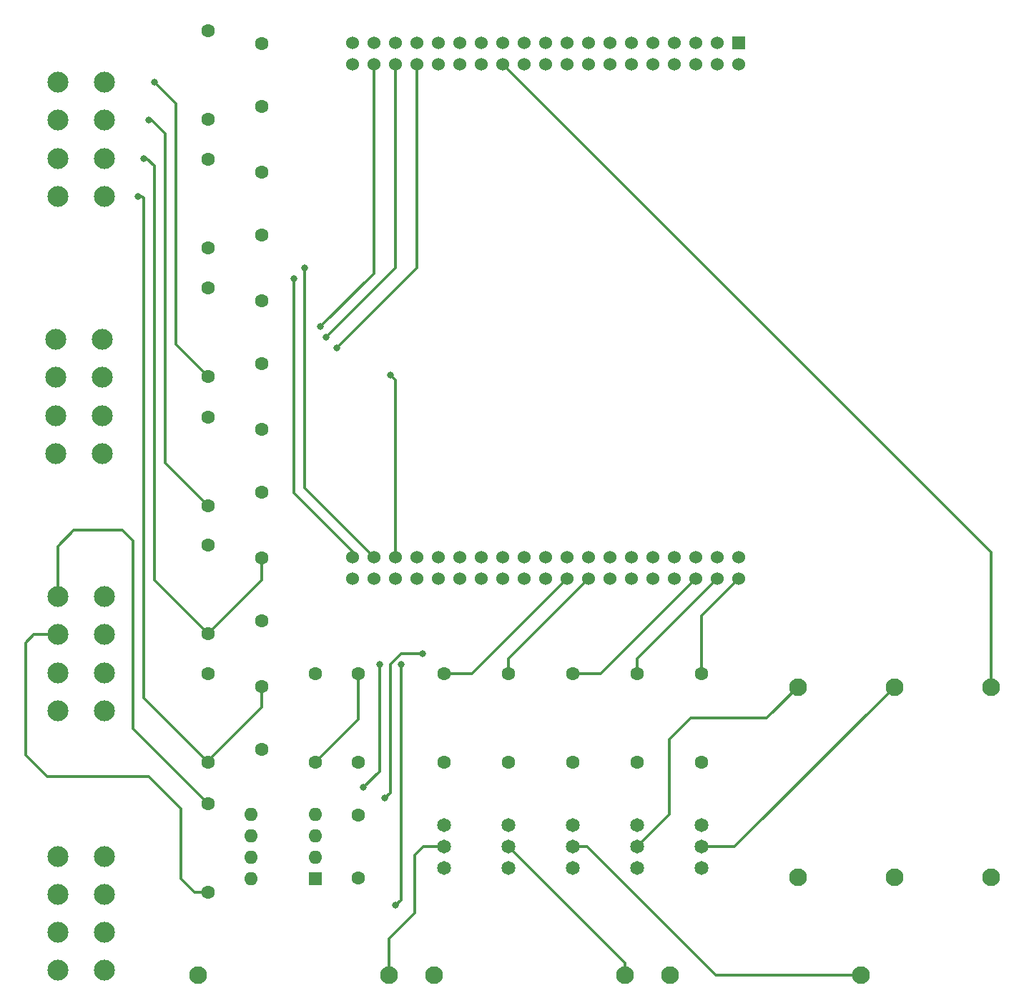
<source format=gbr>
%TF.GenerationSoftware,KiCad,Pcbnew,8.0.6*%
%TF.CreationDate,2025-01-08T12:00:42-04:00*%
%TF.ProjectId,DC,44432e6b-6963-4616-945f-706362585858,rev?*%
%TF.SameCoordinates,Original*%
%TF.FileFunction,Copper,L4,Bot*%
%TF.FilePolarity,Positive*%
%FSLAX46Y46*%
G04 Gerber Fmt 4.6, Leading zero omitted, Abs format (unit mm)*
G04 Created by KiCad (PCBNEW 8.0.6) date 2025-01-08 12:00:42*
%MOMM*%
%LPD*%
G01*
G04 APERTURE LIST*
%TA.AperFunction,ComponentPad*%
%ADD10C,2.100000*%
%TD*%
%TA.AperFunction,ComponentPad*%
%ADD11C,1.651000*%
%TD*%
%TA.AperFunction,ComponentPad*%
%ADD12C,1.600000*%
%TD*%
%TA.AperFunction,ComponentPad*%
%ADD13C,2.475500*%
%TD*%
%TA.AperFunction,ComponentPad*%
%ADD14C,1.524000*%
%TD*%
%TA.AperFunction,ComponentPad*%
%ADD15R,1.524000X1.524000*%
%TD*%
%TA.AperFunction,ComponentPad*%
%ADD16R,1.600000X1.600000*%
%TD*%
%TA.AperFunction,ComponentPad*%
%ADD17O,1.600000X1.600000*%
%TD*%
%TA.AperFunction,ViaPad*%
%ADD18C,0.800000*%
%TD*%
%TA.AperFunction,Conductor*%
%ADD19C,0.300000*%
%TD*%
G04 APERTURE END LIST*
D10*
%TO.P,F6,1,1*%
%TO.N,Net-(U7A-VIN)*%
X176530000Y-120780000D03*
%TO.P,F6,2,2*%
%TO.N,VCC*%
X176530000Y-143380000D03*
%TD*%
D11*
%TO.P,U4,3,S*%
%TO.N,GND*%
X119380000Y-142240000D03*
%TO.P,U4,2,D*%
%TO.N,Net-(U4-D)*%
X119380000Y-139700000D03*
%TO.P,U4,1,G*%
%TO.N,Net-(U4-G)*%
X119380000Y-137160000D03*
%TD*%
D12*
%TO.P,C5,1*%
%TO.N,GND*%
X90170000Y-44510000D03*
%TO.P,C5,2*%
%TO.N,/HazardButton*%
X90170000Y-52010000D03*
%TD*%
%TO.P,C6,2*%
%TO.N,/GearSelector*%
X90170000Y-67250000D03*
%TO.P,C6,1*%
%TO.N,GND*%
X90170000Y-59750000D03*
%TD*%
D13*
%TO.P,a2,1,1*%
%TO.N,/RSignalLightButton*%
X71539000Y-62631500D03*
%TO.P,a2,2,2*%
%TO.N,/LSignalLightButton*%
X71539000Y-58130500D03*
%TO.P,a2,3,3*%
%TO.N,/AccelIn*%
X71539000Y-53629500D03*
%TO.P,a2,4,4*%
%TO.N,/BrakePedal*%
X71539000Y-49128500D03*
%TO.P,a2,5,5*%
%TO.N,/HazardButton*%
X66040000Y-49128500D03*
%TO.P,a2,6,6*%
%TO.N,/GearSelector*%
X66040000Y-53629500D03*
%TO.P,a2,7,7*%
%TO.N,unconnected-(a2-Pad7)*%
X66040000Y-58130500D03*
%TO.P,a2,8,8*%
%TO.N,unconnected-(a2-Pad8)*%
X66040000Y-62631500D03*
%TD*%
D12*
%TO.P,C1,1*%
%TO.N,GND*%
X90170000Y-128210000D03*
%TO.P,C1,2*%
%TO.N,/RSignalLightButton*%
X90170000Y-120710000D03*
%TD*%
%TO.P,C2,1*%
%TO.N,GND*%
X90170000Y-112970000D03*
%TO.P,C2,2*%
%TO.N,/LSignalLightButton*%
X90170000Y-105470000D03*
%TD*%
%TO.P,C4,1*%
%TO.N,GND*%
X90170000Y-74990000D03*
%TO.P,C4,2*%
%TO.N,/BrakePedal*%
X90170000Y-82490000D03*
%TD*%
%TO.P,R1,2*%
%TO.N,/BrakeLightOut*%
X142240000Y-119210000D03*
%TO.P,R1,1*%
%TO.N,Net-(U1-G)*%
X142240000Y-129710000D03*
%TD*%
D11*
%TO.P,U2,1,G*%
%TO.N,Net-(U2-G)*%
X134620000Y-137160000D03*
%TO.P,U2,2,D*%
%TO.N,Net-(U2-D)*%
X134620000Y-139700000D03*
%TO.P,U2,3,S*%
%TO.N,GND*%
X134620000Y-142240000D03*
%TD*%
D12*
%TO.P,R7,1*%
%TO.N,/LSignalLightButton*%
X83820000Y-114470000D03*
%TO.P,R7,2*%
%TO.N,/+3V3*%
X83820000Y-103970000D03*
%TD*%
D10*
%TO.P,F4,1,1*%
%TO.N,/DRLRightNeg*%
X110620000Y-154940000D03*
%TO.P,F4,2,2*%
%TO.N,Net-(U4-D)*%
X133220000Y-154940000D03*
%TD*%
D12*
%TO.P,R8,1*%
%TO.N,/AccelIn*%
X83820000Y-99279500D03*
%TO.P,R8,2*%
%TO.N,/+3V3*%
X83820000Y-88779500D03*
%TD*%
D10*
%TO.P,F1,1,1*%
%TO.N,/BrakeLightNeg*%
X165100000Y-143380000D03*
%TO.P,F1,2,2*%
%TO.N,Net-(U1-D)*%
X165100000Y-120780000D03*
%TD*%
D12*
%TO.P,R14,1*%
%TO.N,/CAN_H*%
X83820000Y-145090000D03*
%TO.P,R14,2*%
%TO.N,/CAN_L*%
X83820000Y-134590000D03*
%TD*%
%TO.P,R9,1*%
%TO.N,/BrakePedal*%
X83820000Y-83990000D03*
%TO.P,R9,2*%
%TO.N,/+3V3*%
X83820000Y-73490000D03*
%TD*%
D13*
%TO.P,a4,1,1*%
%TO.N,/DIExtra1*%
X71329500Y-93111500D03*
%TO.P,a4,2,2*%
%TO.N,/DIExtra2*%
X71329500Y-88610500D03*
%TO.P,a4,3,3*%
%TO.N,/DOExtra1*%
X71329500Y-84109500D03*
%TO.P,a4,4,4*%
%TO.N,/ThermalShutoff*%
X71329500Y-79608500D03*
%TO.P,a4,5,5*%
%TO.N,/UART_RX*%
X65830500Y-79608500D03*
%TO.P,a4,6,6*%
%TO.N,/UART_TX*%
X65830500Y-84109500D03*
%TO.P,a4,7,7*%
%TO.N,unconnected-(a4-Pad7)*%
X65830500Y-88610500D03*
%TO.P,a4,8,8*%
%TO.N,unconnected-(a4-Pad8)*%
X65830500Y-93111500D03*
%TD*%
D11*
%TO.P,U3,1,G*%
%TO.N,Net-(U3-G)*%
X111760000Y-137160000D03*
%TO.P,U3,2,D*%
%TO.N,Net-(U3-D)*%
X111760000Y-139700000D03*
%TO.P,U3,3,S*%
%TO.N,GND*%
X111760000Y-142240000D03*
%TD*%
D12*
%TO.P,C3,1*%
%TO.N,GND*%
X90170000Y-90230000D03*
%TO.P,C3,2*%
%TO.N,/AccelIn*%
X90170000Y-97730000D03*
%TD*%
%TO.P,R11,1*%
%TO.N,/GearSelector*%
X83820000Y-68750000D03*
%TO.P,R11,2*%
%TO.N,/+3V3*%
X83820000Y-58250000D03*
%TD*%
D11*
%TO.P,U1,1,G*%
%TO.N,Net-(U1-G)*%
X142240000Y-137160000D03*
%TO.P,U1,2,D*%
%TO.N,Net-(U1-D)*%
X142240000Y-139700000D03*
%TO.P,U1,3,S*%
%TO.N,GND*%
X142240000Y-142240000D03*
%TD*%
D12*
%TO.P,R6,1*%
%TO.N,/RSignalLightButton*%
X83820000Y-129710000D03*
%TO.P,R6,2*%
%TO.N,/+3V3*%
X83820000Y-119210000D03*
%TD*%
%TO.P,R12,2*%
%TO.N,/SupBattMonitor*%
X96520000Y-129710000D03*
%TO.P,R12,1*%
%TO.N,/SupBattery*%
X96520000Y-119210000D03*
%TD*%
%TO.P,C7,1*%
%TO.N,GND*%
X101600000Y-143450000D03*
%TO.P,C7,2*%
%TO.N,/CANTransceiver5V*%
X101600000Y-135950000D03*
%TD*%
D14*
%TO.P,U7,CN10_38,NC_CN10_38*%
%TO.N,unconnected-(U7B-NC_CN10_38-PadCN10_38)*%
X100950000Y-107950000D03*
%TO.P,U7,CN10_37,PA3*%
%TO.N,/UART_RX*%
X100950000Y-105410000D03*
%TO.P,U7,CN10_36,NC_CN10_36*%
%TO.N,unconnected-(U7B-NC_CN10_36-PadCN10_36)*%
X103490000Y-107950000D03*
%TO.P,U7,CN10_35,PA2*%
%TO.N,/UART_TX*%
X103490000Y-105410000D03*
%TO.P,U7,CN10_34,PC4*%
%TO.N,unconnected-(U7B-PC4-PadCN10_34)*%
X106030000Y-107950000D03*
%TO.P,U7,CN10_33,PA10*%
%TO.N,/ThermalShutoff*%
X106030000Y-105410000D03*
%TO.P,U7,CN10_32,AGND*%
%TO.N,unconnected-(U7B-AGND-PadCN10_32)*%
X108570000Y-107950000D03*
%TO.P,U7,CN10_31,PB3*%
%TO.N,unconnected-(U7B-PB3-PadCN10_31)*%
X108570000Y-105410000D03*
%TO.P,U7,CN10_30,PA5*%
%TO.N,/Reverse*%
X111110000Y-107950000D03*
%TO.P,U7,CN10_29,PB5*%
%TO.N,unconnected-(U7B-PB5-PadCN10_29)*%
X111110000Y-105410000D03*
%TO.P,U7,CN10_28,PA6*%
%TO.N,/Neutral*%
X113650000Y-107950000D03*
%TO.P,U7,CN10_27,PB4*%
%TO.N,unconnected-(U7B-PB4-PadCN10_27)*%
X113650000Y-105410000D03*
%TO.P,U7,CN10_26,PA7*%
%TO.N,/Drive*%
X116190000Y-107950000D03*
%TO.P,U7,CN10_25,PB10*%
%TO.N,/LSignalLightButton*%
X116190000Y-105410000D03*
%TO.P,U7,CN10_24,PB1*%
%TO.N,/RSignalLightButton*%
X118730000Y-107950000D03*
%TO.P,U7,CN10_23,PA8*%
%TO.N,/AccelIn*%
X118730000Y-105410000D03*
%TO.P,U7,CN10_22,PB2*%
%TO.N,/SupBattMonitor*%
X121270000Y-107950000D03*
%TO.P,U7,CN10_21,PA9*%
%TO.N,/BrakePedal*%
X121270000Y-105410000D03*
%TO.P,U7,CN10_20,GND_CN10_20*%
%TO.N,unconnected-(U7B-GND_CN10_20-PadCN10_20)*%
X123810000Y-107950000D03*
%TO.P,U7,CN10_19,PC7*%
%TO.N,unconnected-(U7B-PC7-PadCN10_19)*%
X123810000Y-105410000D03*
%TO.P,U7,CN10_18,PB11*%
%TO.N,/LSignalLightOut*%
X126350000Y-107950000D03*
%TO.P,U7,CN10_17,PB6*%
%TO.N,unconnected-(U7B-PB6-PadCN10_17)*%
X126350000Y-105410000D03*
%TO.P,U7,CN10_16,PB12*%
%TO.N,/DRLRightOut*%
X128890000Y-107950000D03*
%TO.P,U7,CN10_15,PB15*%
%TO.N,unconnected-(U7B-PB15-PadCN10_15)*%
X128890000Y-105410000D03*
%TO.P,U7,CN10_14,PA11*%
%TO.N,/CAN_RX*%
X131430000Y-107950000D03*
%TO.P,U7,CN10_13,PB14*%
%TO.N,unconnected-(U7B-PB14-PadCN10_13)*%
X131430000Y-105410000D03*
%TO.P,U7,CN10_12,PA12*%
%TO.N,/CAN_TX*%
X133970000Y-107950000D03*
%TO.P,U7,CN10_11,PB13*%
%TO.N,unconnected-(U7B-PB13-PadCN10_11)*%
X133970000Y-105410000D03*
%TO.P,U7,CN10_10,NC_CN10_10*%
%TO.N,unconnected-(U7B-NC_CN10_10-PadCN10_10)*%
X136510000Y-107950000D03*
%TO.P,U7,CN10_9,GND_CN10_9*%
%TO.N,GND*%
X136510000Y-105410000D03*
%TO.P,U7,CN10_8,U5V*%
%TO.N,unconnected-(U7B-U5V-PadCN10_8)*%
X139050000Y-107950000D03*
%TO.P,U7,CN10_7,AVDD*%
%TO.N,unconnected-(U7B-AVDD-PadCN10_7)*%
X139050000Y-105410000D03*
%TO.P,U7,CN10_6,PC5*%
%TO.N,/DRLLeftOut*%
X141590000Y-107950000D03*
%TO.P,U7,CN10_5,PB9*%
%TO.N,unconnected-(U7B-PB9-PadCN10_5)*%
X141590000Y-105410000D03*
%TO.P,U7,CN10_4,PC6*%
%TO.N,/RSignalLightOut*%
X144130000Y-107950000D03*
%TO.P,U7,CN10_3,PB8*%
%TO.N,unconnected-(U7B-PB8-PadCN10_3)*%
X144130000Y-105410000D03*
%TO.P,U7,CN10_2,PC8*%
%TO.N,/BrakeLightOut*%
X146670000Y-107950000D03*
%TO.P,U7,CN10_1,PC9*%
%TO.N,unconnected-(U7B-PC9-PadCN10_1)*%
X146670000Y-105410000D03*
%TO.P,U7,CN7_38,PC0*%
%TO.N,/HazardButton*%
X100950000Y-46990000D03*
%TO.P,U7,CN7_37,PC3*%
%TO.N,unconnected-(U7A-PC3-PadCN7_37)*%
X100950000Y-44450000D03*
%TO.P,U7,CN7_36,PC1*%
%TO.N,/DOExtra1*%
X103490000Y-46990000D03*
%TO.P,U7,CN7_35,PC2*%
%TO.N,unconnected-(U7A-PC2-PadCN7_35)*%
X103490000Y-44450000D03*
%TO.P,U7,CN7_34,PB0*%
%TO.N,/DIExtra2*%
X106030000Y-46990000D03*
%TO.P,U7,CN7_33,VBAT*%
%TO.N,unconnected-(U7A-VBAT-PadCN7_33)*%
X106030000Y-44450000D03*
%TO.P,U7,CN7_32,PA4*%
%TO.N,/DIExtra1*%
X108570000Y-46990000D03*
%TO.P,U7,CN7_31,PF1*%
%TO.N,unconnected-(U7A-PF1-PadCN7_31)*%
X108570000Y-44450000D03*
%TO.P,U7,CN7_30,PA1*%
%TO.N,unconnected-(U7A-PA1-PadCN7_30)*%
X111110000Y-46990000D03*
%TO.P,U7,CN7_29,PF0*%
%TO.N,unconnected-(U7A-PF0-PadCN7_29)*%
X111110000Y-44450000D03*
%TO.P,U7,CN7_28,PA0*%
%TO.N,unconnected-(U7A-PA0-PadCN7_28)*%
X113650000Y-46990000D03*
%TO.P,U7,CN7_27,PC15*%
%TO.N,unconnected-(U7A-PC15-PadCN7_27)*%
X113650000Y-44450000D03*
%TO.P,U7,CN7_26,NC_CN7_26*%
%TO.N,unconnected-(U7A-NC_CN7_26-PadCN7_26)*%
X116190000Y-46990000D03*
%TO.P,U7,CN7_25,PC14*%
%TO.N,unconnected-(U7A-PC14-PadCN7_25)*%
X116190000Y-44450000D03*
%TO.P,U7,CN7_24,VIN*%
%TO.N,Net-(U7A-VIN)*%
X118730000Y-46990000D03*
%TO.P,U7,CN7_23,PC13*%
%TO.N,unconnected-(U7A-PC13-PadCN7_23)*%
X118730000Y-44450000D03*
%TO.P,U7,CN7_22,GND_CN7_22*%
%TO.N,GND*%
X121270000Y-46990000D03*
%TO.P,U7,CN7_21,PB7*%
%TO.N,unconnected-(U7A-PB7-PadCN7_21)*%
X121270000Y-44450000D03*
%TO.P,U7,CN7_20,GND_CN7_20*%
%TO.N,GND*%
X123810000Y-46990000D03*
%TO.P,U7,CN7_19,GND_CN7_19*%
X123810000Y-44450000D03*
%TO.P,U7,CN7_18,+5V*%
%TO.N,/CANTransceiver5V*%
X126350000Y-46990000D03*
%TO.P,U7,CN7_17,PA15*%
%TO.N,unconnected-(U7A-PA15-PadCN7_17)*%
X126350000Y-44450000D03*
%TO.P,U7,CN7_16,+3V3*%
%TO.N,/+3V3*%
X128890000Y-46990000D03*
%TO.P,U7,CN7_15,PA14*%
%TO.N,unconnected-(U7A-PA14-PadCN7_15)*%
X128890000Y-44450000D03*
%TO.P,U7,CN7_14,~{RESET}*%
%TO.N,unconnected-(U7A-~{RESET}-PadCN7_14)*%
X131430000Y-46990000D03*
%TO.P,U7,CN7_13,PA13*%
%TO.N,unconnected-(U7A-PA13-PadCN7_13)*%
X131430000Y-44450000D03*
%TO.P,U7,CN7_12,IOREF*%
%TO.N,unconnected-(U7A-IOREF-PadCN7_12)*%
X133970000Y-46990000D03*
%TO.P,U7,CN7_11,NC_CN7_11*%
%TO.N,unconnected-(U7A-NC_CN7_11-PadCN7_11)*%
X133970000Y-44450000D03*
%TO.P,U7,CN7_10,NC_CN7_10*%
%TO.N,unconnected-(U7A-NC_CN7_10-PadCN7_10)*%
X136510000Y-46990000D03*
%TO.P,U7,CN7_9,NC_CN7_9*%
%TO.N,unconnected-(U7A-NC_CN7_9-PadCN7_9)*%
X136510000Y-44450000D03*
%TO.P,U7,CN7_8,GND_CN7_8*%
%TO.N,GND*%
X139050000Y-46990000D03*
%TO.P,U7,CN7_7,BOOT0*%
%TO.N,unconnected-(U7A-BOOT0-PadCN7_7)*%
X139050000Y-44450000D03*
%TO.P,U7,CN7_6,E5V*%
%TO.N,unconnected-(U7A-E5V-PadCN7_6)*%
X141590000Y-46990000D03*
%TO.P,U7,CN7_5,VDD*%
%TO.N,unconnected-(U7A-VDD-PadCN7_5)*%
X141590000Y-44450000D03*
%TO.P,U7,CN7_4,PD2*%
%TO.N,unconnected-(U7A-PD2-PadCN7_4)*%
X144130000Y-46990000D03*
%TO.P,U7,CN7_3,PC12*%
%TO.N,unconnected-(U7A-PC12-PadCN7_3)*%
X144130000Y-44450000D03*
%TO.P,U7,CN7_2,PC11*%
%TO.N,unconnected-(U7A-PC11-PadCN7_2)*%
X146670000Y-46990000D03*
D15*
%TO.P,U7,CN7_1,PC10*%
%TO.N,unconnected-(U7A-PC10-PadCN7_1)*%
X146670000Y-44450000D03*
%TD*%
D12*
%TO.P,R2,2*%
%TO.N,/RSignalLightOut*%
X134620000Y-119210000D03*
%TO.P,R2,1*%
%TO.N,Net-(U2-G)*%
X134620000Y-129710000D03*
%TD*%
%TO.P,R13,2*%
%TO.N,GND*%
X101600000Y-129710000D03*
%TO.P,R13,1*%
%TO.N,/SupBattMonitor*%
X101600000Y-119210000D03*
%TD*%
D13*
%TO.P,a1,1,1*%
%TO.N,/BrakeLightNeg*%
X71539000Y-154361000D03*
%TO.P,a1,2,2*%
%TO.N,/RSignalLightNeg*%
X71539000Y-149860000D03*
%TO.P,a1,3,3*%
%TO.N,/LSignalLightNeg*%
X71539000Y-145359000D03*
%TO.P,a1,4,4*%
%TO.N,/DRLRightNeg*%
X71539000Y-140858000D03*
%TO.P,a1,5,5*%
%TO.N,/DRLLeftNeg*%
X66040000Y-140858000D03*
%TO.P,a1,6,6*%
%TO.N,GND*%
X66040000Y-145359000D03*
%TO.P,a1,7,7*%
X66040000Y-149860000D03*
%TO.P,a1,8,8*%
X66040000Y-154361000D03*
%TD*%
D16*
%TO.P,U6,1,TXD*%
%TO.N,/CAN_TX*%
X96520000Y-143500000D03*
D17*
%TO.P,U6,2,VSS*%
%TO.N,GND*%
X96520000Y-140960000D03*
%TO.P,U6,3,VDD*%
%TO.N,/CANTransceiver5V*%
X96520000Y-138420000D03*
%TO.P,U6,4,RXD*%
%TO.N,/CAN_RX*%
X96520000Y-135880000D03*
%TO.P,U6,5,Vref*%
%TO.N,unconnected-(U6-Vref-Pad5)*%
X88900000Y-135880000D03*
%TO.P,U6,6,CANL*%
%TO.N,/CAN_L*%
X88900000Y-138420000D03*
%TO.P,U6,7,CANH*%
%TO.N,/CAN_H*%
X88900000Y-140960000D03*
%TO.P,U6,8,Rs*%
%TO.N,GND*%
X88900000Y-143500000D03*
%TD*%
D12*
%TO.P,R5,1*%
%TO.N,Net-(U5-G)*%
X127000000Y-129710000D03*
%TO.P,R5,2*%
%TO.N,/DRLLeftOut*%
X127000000Y-119210000D03*
%TD*%
D10*
%TO.P,F2,1,1*%
%TO.N,/RSignalLightNeg*%
X153670000Y-143380000D03*
%TO.P,F2,2,2*%
%TO.N,Net-(U2-D)*%
X153670000Y-120780000D03*
%TD*%
D12*
%TO.P,R3,2*%
%TO.N,/LSignalLightOut*%
X111760000Y-119210000D03*
%TO.P,R3,1*%
%TO.N,Net-(U3-G)*%
X111760000Y-129710000D03*
%TD*%
%TO.P,R4,1*%
%TO.N,Net-(U4-G)*%
X119380000Y-129710000D03*
%TO.P,R4,2*%
%TO.N,/DRLRightOut*%
X119380000Y-119210000D03*
%TD*%
%TO.P,R10,1*%
%TO.N,/HazardButton*%
X83820000Y-53510000D03*
%TO.P,R10,2*%
%TO.N,/+3V3*%
X83820000Y-43010000D03*
%TD*%
D11*
%TO.P,U5,3,S*%
%TO.N,GND*%
X127000000Y-142240000D03*
%TO.P,U5,2,D*%
%TO.N,Net-(U5-D)*%
X127000000Y-139700000D03*
%TO.P,U5,1,G*%
%TO.N,Net-(U5-G)*%
X127000000Y-137160000D03*
%TD*%
D10*
%TO.P,F3,2,2*%
%TO.N,Net-(U3-D)*%
X105280000Y-154940000D03*
%TO.P,F3,1,1*%
%TO.N,/LSignalLightNeg*%
X82680000Y-154940000D03*
%TD*%
%TO.P,F5,2,2*%
%TO.N,Net-(U5-D)*%
X161160000Y-154940000D03*
%TO.P,F5,1,1*%
%TO.N,/DRLLeftNeg*%
X138560000Y-154940000D03*
%TD*%
D13*
%TO.P,a3,1,1*%
%TO.N,/SupBattery*%
X71539000Y-123591500D03*
%TO.P,a3,2,2*%
%TO.N,/Drive*%
X71539000Y-119090500D03*
%TO.P,a3,3,3*%
%TO.N,/Neutral*%
X71539000Y-114589500D03*
%TO.P,a3,4,4*%
%TO.N,/Reverse*%
X71539000Y-110088500D03*
%TO.P,a3,5,5*%
%TO.N,/CAN_L*%
X66040000Y-110088500D03*
%TO.P,a3,6,6*%
%TO.N,/CAN_H*%
X66040000Y-114589500D03*
%TO.P,a3,7,7*%
%TO.N,VCC*%
X66040000Y-119090500D03*
%TO.P,a3,8,8*%
%TO.N,GND*%
X66040000Y-123591500D03*
%TD*%
D18*
%TO.N,/LSignalLightButton*%
X76200000Y-58130500D03*
%TO.N,/RSignalLightButton*%
X75565000Y-62631500D03*
%TO.N,/AccelIn*%
X76835000Y-53629500D03*
%TO.N,/BrakePedal*%
X77470000Y-49128500D03*
%TO.N,/CAN_TX*%
X106045000Y-146685000D03*
%TO.N,/CANTransceiver5V*%
X104775000Y-133985000D03*
%TO.N,/CAN_RX*%
X102235000Y-132715000D03*
X104140000Y-118110000D03*
%TO.N,/CAN_TX*%
X106680000Y-118110000D03*
%TO.N,/CANTransceiver5V*%
X109220000Y-116840000D03*
%TO.N,/UART_RX*%
X93980000Y-72390000D03*
%TO.N,/UART_TX*%
X95250000Y-71120000D03*
%TO.N,/DOExtra1*%
X97155000Y-78105000D03*
%TO.N,/DIExtra2*%
X97790000Y-79375000D03*
%TO.N,/DIExtra1*%
X99060000Y-80645000D03*
%TO.N,/ThermalShutoff*%
X105410000Y-83820000D03*
%TD*%
D19*
%TO.N,/LSignalLightButton*%
X90170000Y-108120000D02*
X83820000Y-114470000D01*
X90170000Y-105470000D02*
X90170000Y-108120000D01*
%TO.N,/RSignalLightButton*%
X83820000Y-129540000D02*
X90170000Y-123190000D01*
X90170000Y-123190000D02*
X90170000Y-120710000D01*
X83820000Y-129710000D02*
X83820000Y-129540000D01*
%TO.N,/LSignalLightButton*%
X76545500Y-58130500D02*
X77470000Y-59055000D01*
X76200000Y-58130500D02*
X76545500Y-58130500D01*
%TO.N,/DIExtra1*%
X108570000Y-71135000D02*
X108570000Y-46990000D01*
X99060000Y-80645000D02*
X108570000Y-71135000D01*
%TO.N,/DIExtra2*%
X106030000Y-71135000D02*
X106030000Y-46990000D01*
X97790000Y-79375000D02*
X106030000Y-71135000D01*
%TO.N,/DOExtra1*%
X97155000Y-78105000D02*
X103490000Y-71770000D01*
X103490000Y-71770000D02*
X103490000Y-46990000D01*
%TO.N,/ThermalShutoff*%
X106030000Y-84440000D02*
X106030000Y-105410000D01*
X105410000Y-83820000D02*
X106030000Y-84440000D01*
%TO.N,/CANTransceiver5V*%
X106680000Y-116840000D02*
X109220000Y-116840000D01*
X105410000Y-118110000D02*
X106680000Y-116840000D01*
X104775000Y-133985000D02*
X105410000Y-133350000D01*
X105410000Y-133350000D02*
X105410000Y-118110000D01*
%TO.N,/CAN_TX*%
X106680000Y-146050000D02*
X106045000Y-146685000D01*
X106680000Y-118110000D02*
X106680000Y-146050000D01*
%TO.N,/LSignalLightOut*%
X115090000Y-119210000D02*
X126350000Y-107950000D01*
X111760000Y-119210000D02*
X115090000Y-119210000D01*
%TO.N,/DRLRightOut*%
X119380000Y-117460000D02*
X128890000Y-107950000D01*
X119380000Y-119210000D02*
X119380000Y-117460000D01*
%TO.N,/DRLLeftOut*%
X130330000Y-119210000D02*
X141590000Y-107950000D01*
X127000000Y-119210000D02*
X130330000Y-119210000D01*
%TO.N,/RSignalLightOut*%
X134620000Y-117460000D02*
X144130000Y-107950000D01*
X134620000Y-119210000D02*
X134620000Y-117460000D01*
%TO.N,/BrakeLightOut*%
X142240000Y-112380000D02*
X146670000Y-107950000D01*
X142240000Y-119210000D02*
X142240000Y-112380000D01*
%TO.N,/UART_RX*%
X100950000Y-104760000D02*
X100950000Y-105410000D01*
X93980000Y-97790000D02*
X100950000Y-104760000D01*
X93980000Y-72390000D02*
X93980000Y-97790000D01*
%TO.N,/UART_TX*%
X95250000Y-71120000D02*
X95250000Y-97170000D01*
X95250000Y-97170000D02*
X103490000Y-105410000D01*
%TO.N,/CAN_RX*%
X104140000Y-118110000D02*
X104140000Y-130810000D01*
X104140000Y-130810000D02*
X102235000Y-132715000D01*
%TO.N,Net-(U7A-VIN)*%
X176530000Y-104790000D02*
X118730000Y-46990000D01*
X176530000Y-120780000D02*
X176530000Y-104790000D01*
%TO.N,Net-(U1-D)*%
X146180000Y-139700000D02*
X142240000Y-139700000D01*
X165100000Y-120780000D02*
X146180000Y-139700000D01*
%TO.N,Net-(U2-D)*%
X138430000Y-135890000D02*
X134620000Y-139700000D01*
X138430000Y-127000000D02*
X138430000Y-135890000D01*
X140970000Y-124460000D02*
X138430000Y-127000000D01*
X149990000Y-124460000D02*
X140970000Y-124460000D01*
X153670000Y-120780000D02*
X149990000Y-124460000D01*
%TO.N,Net-(U5-D)*%
X143910000Y-154940000D02*
X128670000Y-139700000D01*
X148990000Y-154940000D02*
X143910000Y-154940000D01*
X128670000Y-139700000D02*
X127000000Y-139700000D01*
%TO.N,Net-(U4-D)*%
X133220000Y-153540000D02*
X130680000Y-151000000D01*
X133220000Y-154940000D02*
X133220000Y-153540000D01*
%TO.N,Net-(U5-D)*%
X161160000Y-154940000D02*
X148990000Y-154940000D01*
%TO.N,Net-(U4-D)*%
X130680000Y-151000000D02*
X119380000Y-139700000D01*
%TO.N,Net-(U3-D)*%
X108300000Y-140750000D02*
X109350000Y-139700000D01*
X109350000Y-139700000D02*
X111760000Y-139700000D01*
X108300000Y-147575000D02*
X108300000Y-140750000D01*
X105280000Y-150595000D02*
X108300000Y-147575000D01*
X105280000Y-154940000D02*
X105280000Y-150595000D01*
%TO.N,/CAN_L*%
X66040000Y-104140000D02*
X66040000Y-110088500D01*
X67945000Y-102235000D02*
X66040000Y-104140000D01*
X74930000Y-125700000D02*
X74930000Y-103505000D01*
X73660000Y-102235000D02*
X67945000Y-102235000D01*
X83820000Y-134590000D02*
X74930000Y-125700000D01*
X74930000Y-103505000D02*
X73660000Y-102235000D01*
%TO.N,/CAN_H*%
X63210500Y-114589500D02*
X66040000Y-114589500D01*
X62230000Y-115570000D02*
X63210500Y-114589500D01*
X62230000Y-128905000D02*
X62230000Y-115570000D01*
X64770000Y-131445000D02*
X62230000Y-128905000D01*
X80645000Y-143510000D02*
X80645000Y-135255000D01*
X80645000Y-135255000D02*
X76835000Y-131445000D01*
X76835000Y-131445000D02*
X64770000Y-131445000D01*
X82225000Y-145090000D02*
X80645000Y-143510000D01*
X83820000Y-145090000D02*
X82225000Y-145090000D01*
%TO.N,/BrakePedal*%
X80010000Y-80180000D02*
X83820000Y-83990000D01*
X80010000Y-51668500D02*
X80010000Y-80180000D01*
X77470000Y-49128500D02*
X80010000Y-51668500D01*
%TO.N,/AccelIn*%
X78740000Y-94199500D02*
X83820000Y-99279500D01*
X78740000Y-55245000D02*
X78740000Y-94199500D01*
X77124500Y-53629500D02*
X78740000Y-55245000D01*
X76835000Y-53629500D02*
X77124500Y-53629500D01*
%TO.N,/LSignalLightButton*%
X77470000Y-108120000D02*
X83820000Y-114470000D01*
X77470000Y-59055000D02*
X77470000Y-108120000D01*
%TO.N,/RSignalLightButton*%
X76200000Y-122090000D02*
X83820000Y-129710000D01*
X76200000Y-62865000D02*
X76200000Y-122090000D01*
X75966500Y-62631500D02*
X76200000Y-62865000D01*
X75565000Y-62631500D02*
X75966500Y-62631500D01*
%TO.N,/SupBattMonitor*%
X101600000Y-119210000D02*
X101600000Y-124630000D01*
X101600000Y-124630000D02*
X96520000Y-129710000D01*
%TD*%
M02*

</source>
